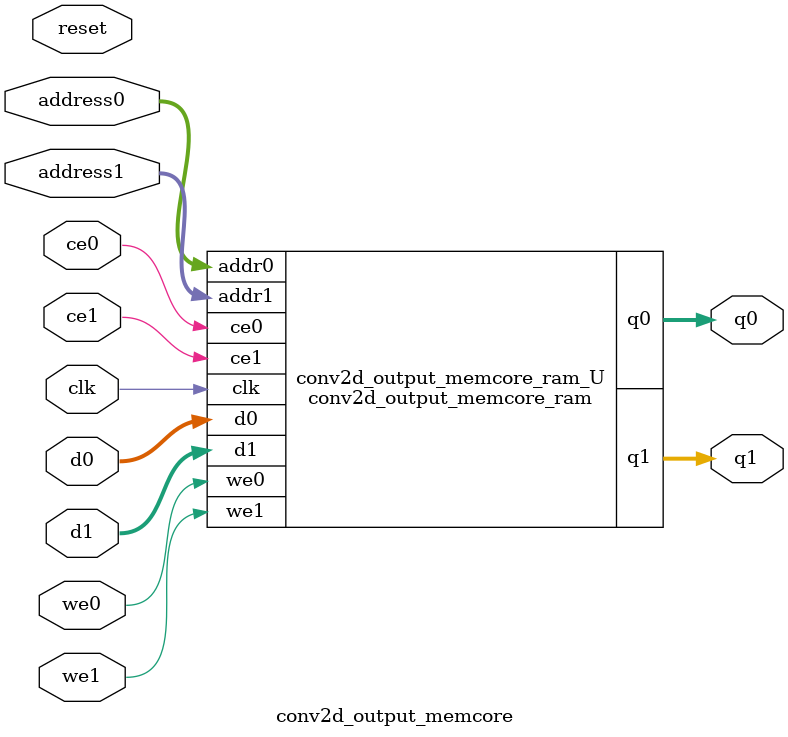
<source format=v>
`timescale 1 ns / 1 ps
module conv2d_output_memcore_ram (addr0, ce0, d0, we0, q0, addr1, ce1, d1, we1, q1,  clk);

parameter DWIDTH = 32;
parameter AWIDTH = 11;
parameter MEM_SIZE = 1800;

input[AWIDTH-1:0] addr0;
input ce0;
input[DWIDTH-1:0] d0;
input we0;
output reg[DWIDTH-1:0] q0;
input[AWIDTH-1:0] addr1;
input ce1;
input[DWIDTH-1:0] d1;
input we1;
output reg[DWIDTH-1:0] q1;
input clk;

(* ram_style = "block" *)reg [DWIDTH-1:0] ram[0:MEM_SIZE-1];




always @(posedge clk)  
begin 
    if (ce0) 
    begin
        if (we0) 
        begin 
            ram[addr0] <= d0; 
        end 
        q0 <= ram[addr0];
    end
end


always @(posedge clk)  
begin 
    if (ce1) 
    begin
        if (we1) 
        begin 
            ram[addr1] <= d1; 
        end 
        q1 <= ram[addr1];
    end
end


endmodule

`timescale 1 ns / 1 ps
module conv2d_output_memcore(
    reset,
    clk,
    address0,
    ce0,
    we0,
    d0,
    q0,
    address1,
    ce1,
    we1,
    d1,
    q1);

parameter DataWidth = 32'd32;
parameter AddressRange = 32'd1800;
parameter AddressWidth = 32'd11;
input reset;
input clk;
input[AddressWidth - 1:0] address0;
input ce0;
input we0;
input[DataWidth - 1:0] d0;
output[DataWidth - 1:0] q0;
input[AddressWidth - 1:0] address1;
input ce1;
input we1;
input[DataWidth - 1:0] d1;
output[DataWidth - 1:0] q1;



conv2d_output_memcore_ram conv2d_output_memcore_ram_U(
    .clk( clk ),
    .addr0( address0 ),
    .ce0( ce0 ),
    .we0( we0 ),
    .d0( d0 ),
    .q0( q0 ),
    .addr1( address1 ),
    .ce1( ce1 ),
    .we1( we1 ),
    .d1( d1 ),
    .q1( q1 ));

endmodule


</source>
